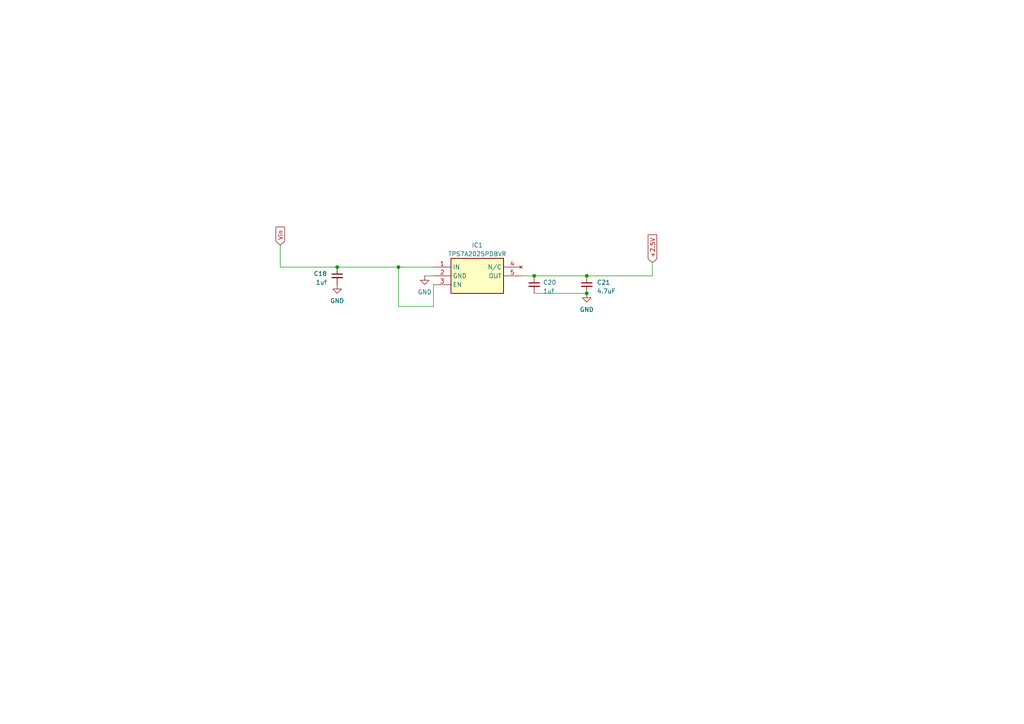
<source format=kicad_sch>
(kicad_sch (version 20230121) (generator eeschema)
  (paper "A4")
  (lib_symbols
    (symbol "Device:C_Small" (pin_numbers hide) (pin_names (offset 0.254) hide)
      (property "Reference" "C" (at 0.254 1.778 0))
      (property "Value" "C_Small" (at 0.254 -2.032 0))
      (symbol "C_Small_0_1"
        (polyline (pts (xy -1.524 -0.508) (xy 1.524 -0.508)) (stroke (width 0.3302)))
        (polyline (pts (xy -1.524 0.508) (xy 1.524 0.508)) (stroke (width 0.3048)))
      )
      (symbol "C_Small_1_1"
        (pin passive line (at 0 2.54 270) (length 2.032) (name "~") (number "1"))
        (pin passive line (at 0 -2.54 90) (length 2.032) (name "~") (number "2"))
      )
    )
    (symbol "Radar:DC_TPS7A20"
      (property "Reference" "IC" (at 21.59 7.62 0))
      (property "Value" "DC_TPS7A20" (at 21.59 5.08 0))
      (symbol "DC_TPS7A20_1_1"
        (rectangle (start 5.08 2.54) (end 20.32 -7.62) (stroke (width 0.254)) (fill (type background)))
        (pin passive line (at 0 0 0) (length 5.08) (name "IN") (number "1"))
        (pin passive line (at 0 -2.54 0) (length 5.08) (name "GND") (number "2"))
        (pin passive line (at 0 -5.08 0) (length 5.08) (name "EN") (number "3"))
        (pin no_connect line (at 25.4 0 180) (length 5.08) (name "N/C") (number "4"))
        (pin passive line (at 25.4 -2.54 180) (length 5.08) (name "OUT") (number "5"))
      )
    )
    (symbol "power:GND" (power) (pin_names (offset 0))
      (property "Value" "GND" (at 0 -3.81 0))
      (symbol "GND_0_1"
        (polyline (pts (xy 0 0) (xy 0 -1.27) (xy 1.27 -1.27) (xy 0 -2.54) (xy -1.27 -1.27) (xy 0 -1.27)))
      )
      (symbol "GND_1_1"
        (pin power_in line (at 0 0 270) (length 0) hide (name "GND") (number "1"))
      )
    )
  )
  (junction (at 115.57 77.47))
  (junction (at 154.94 80.01))
  (junction (at 170.18 85.09))
  (junction (at 170.18 80.01))
  (junction (at 97.79 77.47))
  (wire (pts (xy 189.23 80.01) (xy 170.18 80.01)))
  (wire (pts (xy 97.79 77.47) (xy 115.57 77.47)))
  (wire (pts (xy 125.73 82.55) (xy 125.73 88.9)))
  (wire (pts (xy 189.23 76.2) (xy 189.23 80.01)))
  (wire (pts (xy 115.57 77.47) (xy 125.73 77.47)))
  (wire (pts (xy 154.94 80.01) (xy 170.18 80.01)))
  (wire (pts (xy 125.73 88.9) (xy 115.57 88.9)))
  (wire (pts (xy 81.28 77.47) (xy 97.79 77.47)))
  (wire (pts (xy 151.13 80.01) (xy 154.94 80.01)))
  (wire (pts (xy 123.19 80.01) (xy 125.73 80.01)))
  (wire (pts (xy 154.94 85.09) (xy 170.18 85.09)))
  (wire (pts (xy 81.28 71.12) (xy 81.28 77.47)))
  (wire (pts (xy 115.57 88.9) (xy 115.57 77.47)))
  (global_label "Vin" (shape input) (at 81.28 71.12 90) (property "Intersheetrefs" "${INTERSHEET_REFS}" (effects hide)))
  (global_label "+2.5V" (shape input) (at 189.23 76.2 90) (property "Intersheetrefs" "${INTERSHEET_REFS}" (effects hide)))
  (symbol (lib_id "power:GND") (at 97.79 82.55 0) (mirror y) (unit 1)
    (property "Reference" "#PWR015" (effects hide))
    (property "Value" "GND" (at 97.79 87.249 0))
    (instances (project "RX1x4_wuxh_cavity" (path "" (reference "#PWR015") (unit 1))) (project "PowerBoard_20230712" (path "" (reference "#PWR08") (unit 1)) (path "" (reference "#PWR03") (unit 1)) (path "" (reference "#PWR01") (unit 1))) (project "2d5_TI" (path "" (reference "#PWR08") (unit 1))))
  )
  (symbol (lib_id "power:GND") (at 170.18 85.09 0) (unit 1)
    (property "Reference" "#PWR018" (effects hide))
    (property "Value" "GND" (at 170.18 89.789 0))
    (instances (project "RX1x4_wuxh_cavity" (path "" (reference "#PWR018") (unit 1))) (project "PowerBoard_20230712" (path "" (reference "#PWR09") (unit 1)) (path "" (reference "#PWR05") (unit 1)) (path "" (reference "#PWR07") (unit 1))) (project "2d5_TI" (path "" (reference "#PWR09") (unit 1))))
  )
  (symbol (lib_id "Device:C_Small") (at 97.79 80.01 0) (mirror y) (unit 1)
    (property "Reference" "C18" (at 94.869 79.3813 0) (effects (justify left)))
    (property "Value" "1uf" (at 94.869 81.9213 0) (effects (justify left)))
    (property "Footprint" "Capacitor_SMD:C_0603_1608Metric_revised" (effects hide))
    (instances (project "RX1x4_wuxh_cavity" (path "" (reference "C18") (unit 1))) (project "PowerBoard_20230712" (path "" (reference "C6") (unit 1)) (path "" (reference "C1") (unit 1)) (path "" (reference "C5") (unit 1))) (project "2d5_TI" (path "" (reference "C6") (unit 1))))
  )
  (symbol (lib_id "Radar:DC_TPS7A20") (at 125.73 77.47 0) (unit 1)
    (property "Reference" "IC1" (at 138.43 71.12 0))
    (property "Value" "TPS7A2025PDBVR" (at 138.43 73.66 0))
    (property "Footprint" "Music_Lab:DC_SOT95P280X145-5N" (effects hide))
    (property "Datasheet" "https://www.ti.com/lit/ds/symlink/tps7a20.pdf?ts=1608958015178&ref_url=https%253A%252F%252Fwww.mouser.mx%252F" (effects hide))
    (property "Height" "1.45" (effects hide))
    (property "Mouser Part Number" "595-TPS7A2025PDBVR" (effects hide))
    (property "Mouser Price/Stock" "https://www.mouser.co.uk/ProductDetail/Texas-Instruments/TPS7A2025PDBVR?qs=hd1VzrDQEGjF%252BORCie8Lyg%3D%3D" (effects hide))
    (property "Manufacturer_Name" "Texas Instruments" (effects hide))
    (property "Manufacturer_Part_Number" "TPS7A2025PDBVR" (effects hide))
    (instances (project "RX1x4_wuxh_cavity" (path "" (reference "IC1") (unit 1))) (project "PowerBoard_20230712" (path "" (reference "IC2") (unit 1))) (project "2d5_TI" (path "" (reference "IC2") (unit 1))))
  )
  (symbol (lib_id "Device:C_Small") (at 154.94 82.55 0) (unit 1)
    (property "Reference" "C20" (at 157.48 81.9213 0) (effects (justify left)))
    (property "Value" "1uf" (at 157.48 84.4613 0) (effects (justify left)))
    (property "Footprint" "Capacitor_SMD:C_0603_1608Metric_revised" (effects hide))
    (instances (project "RX1x4_wuxh_cavity" (path "" (reference "C20") (unit 1))) (project "PowerBoard_20230712" (path "" (reference "C8") (unit 1)) (path "" (reference "C3") (unit 1)) (path "" (reference "C7") (unit 1))) (project "2d5_TI" (path "" (reference "C8") (unit 1))))
  )
  (symbol (lib_id "Device:C_Small") (at 170.18 82.55 0) (unit 1)
    (property "Reference" "C21" (at 173.101 81.9213 0) (effects (justify left)))
    (property "Value" "4.7uF" (at 173.101 84.4613 0) (effects (justify left)))
    (property "Footprint" "Capacitor_SMD:C_0603_1608Metric_revised" (effects hide))
    (instances (project "RX1x4_wuxh_cavity" (path "" (reference "C21") (unit 1))) (project "PowerBoard_20230712" (path "" (reference "C7") (unit 1)) (path "" (reference "C4") (unit 1)) (path "" (reference "C8") (unit 1))) (project "2d5_TI" (path "" (reference "C7") (unit 1))))
  )
  (symbol (lib_id "power:GND") (at 123.19 80.01 0) (mirror y) (unit 1)
    (property "Reference" "#PWR017" (effects hide))
    (property "Value" "GND" (at 123.19 84.709 0))
    (instances (project "RX1x4_wuxh_cavity" (path "" (reference "#PWR017") (unit 1))) (project "PowerBoard_20230712" (path "" (reference "#PWR010") (unit 1)) (path "" (reference "#PWR04") (unit 1)) (path "" (reference "#PWR06") (unit 1))) (project "2d5_TI" (path "" (reference "#PWR010") (unit 1))))
  )
)
</source>
